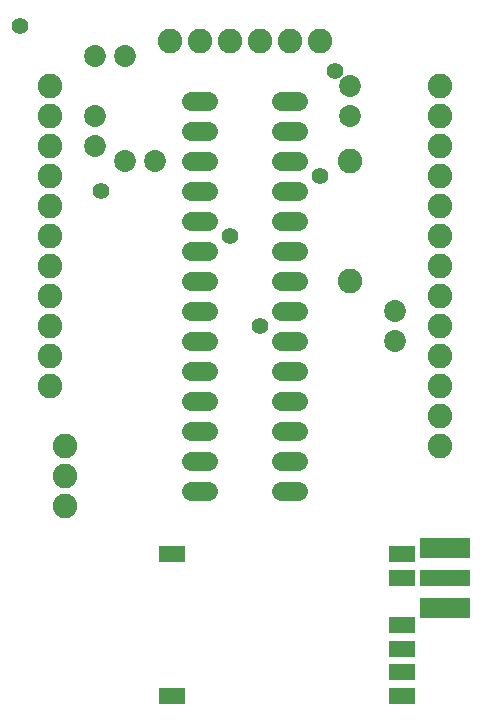
<source format=gbs>
G75*
%MOIN*%
%OFA0B0*%
%FSLAX24Y24*%
%IPPOS*%
%LPD*%
%AMOC8*
5,1,8,0,0,1.08239X$1,22.5*
%
%ADD10C,0.0820*%
%ADD11C,0.0730*%
%ADD12R,0.0867X0.0580*%
%ADD13C,0.0640*%
%ADD14R,0.1680X0.0680*%
%ADD15R,0.1680X0.0580*%
%ADD16C,0.0556*%
D10*
X002558Y008692D03*
X002558Y009692D03*
X002558Y010692D03*
X002058Y012692D03*
X002058Y013692D03*
X002058Y014692D03*
X002058Y015692D03*
X002058Y016692D03*
X002058Y017692D03*
X002058Y018692D03*
X002058Y019692D03*
X002058Y020692D03*
X002058Y021692D03*
X002058Y022692D03*
X006058Y024192D03*
X007058Y024192D03*
X008058Y024192D03*
X009058Y024192D03*
X010058Y024192D03*
X011058Y024192D03*
X012058Y020192D03*
X012058Y016192D03*
X015058Y016692D03*
X015058Y017692D03*
X015058Y018692D03*
X015058Y019692D03*
X015058Y020692D03*
X015058Y021692D03*
X015058Y022692D03*
X015058Y015692D03*
X015058Y014692D03*
X015058Y013692D03*
X015058Y012692D03*
X015058Y011692D03*
X015058Y010692D03*
D11*
X013558Y014192D03*
X013558Y015192D03*
X012058Y021692D03*
X012058Y022692D03*
X005558Y020192D03*
X004558Y020192D03*
X003558Y020692D03*
X003558Y021692D03*
X003558Y023692D03*
X004558Y023692D03*
D12*
X006127Y007074D03*
X006127Y002349D03*
X013804Y002349D03*
X013804Y003137D03*
X013804Y003924D03*
X013804Y004711D03*
X013804Y006286D03*
X013804Y007074D03*
D13*
X010338Y009192D02*
X009778Y009192D01*
X009778Y010192D02*
X010338Y010192D01*
X010338Y011192D02*
X009778Y011192D01*
X009778Y012192D02*
X010338Y012192D01*
X010338Y013192D02*
X009778Y013192D01*
X009778Y014192D02*
X010338Y014192D01*
X010338Y015192D02*
X009778Y015192D01*
X009778Y016192D02*
X010338Y016192D01*
X010338Y017192D02*
X009778Y017192D01*
X009778Y018192D02*
X010338Y018192D01*
X010338Y019192D02*
X009778Y019192D01*
X009778Y020192D02*
X010338Y020192D01*
X010338Y021192D02*
X009778Y021192D01*
X009778Y022192D02*
X010338Y022192D01*
X007338Y022192D02*
X006778Y022192D01*
X006778Y021192D02*
X007338Y021192D01*
X007338Y020192D02*
X006778Y020192D01*
X006778Y019192D02*
X007338Y019192D01*
X007338Y018192D02*
X006778Y018192D01*
X006778Y017192D02*
X007338Y017192D01*
X007338Y016192D02*
X006778Y016192D01*
X006778Y015192D02*
X007338Y015192D01*
X007338Y014192D02*
X006778Y014192D01*
X006778Y013192D02*
X007338Y013192D01*
X007338Y012192D02*
X006778Y012192D01*
X006778Y011192D02*
X007338Y011192D01*
X007338Y010192D02*
X006778Y010192D01*
X006778Y009192D02*
X007338Y009192D01*
D14*
X015245Y007276D03*
X015245Y005276D03*
D15*
X015245Y006276D03*
D16*
X009058Y014692D03*
X008058Y017692D03*
X011058Y019692D03*
X011558Y023192D03*
X003758Y019192D03*
X001058Y024692D03*
M02*

</source>
